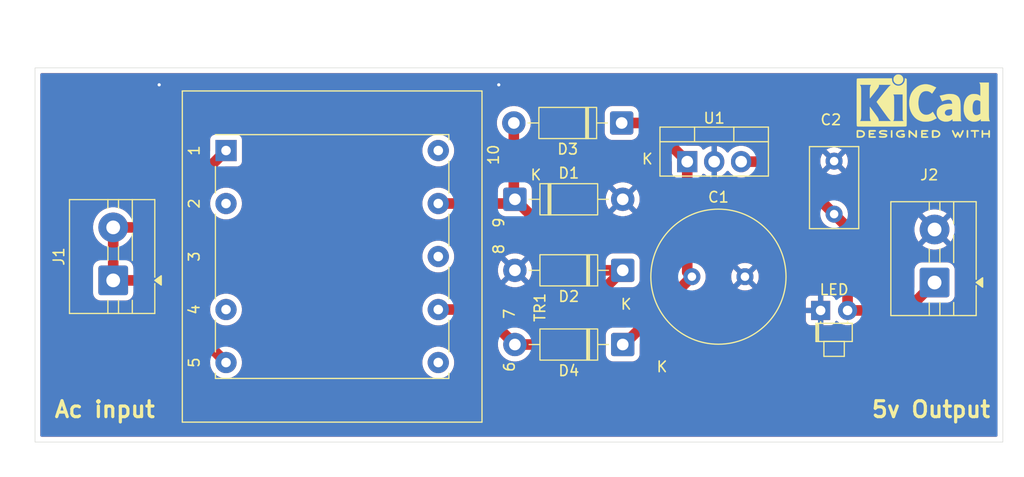
<source format=kicad_pcb>
(kicad_pcb (version 20241229) (generator "pcbnew") (generator_version "9.0")
  (layers (0 "F.Cu" signal) (2 "B.Cu" signal) (5 "F.SilkS" user "F.Silkscreen") (7 "B.SilkS" user "B.Silkscreen") (1 "F.Mask" user) (3 "B.Mask" user) (25 "Edge.Cuts" user))
  (net 0 "")
  (net 1 "GND")
  (net 2 "/Vlin")
  (net 3 "/Vlout")
  (net 4 "/Tout")
  (net 5 "/Vin")
  (footprint "Symbol:KiCad-Logo2_5mm_SilkScreen" (layer "F.Cu") (at 159.5 63.5)
    (property "Reference" "REF**" (hide yes))
    (property "Value" "KiCad-Logo2_5mm_SilkScreen" (hide yes))
  )
  (footprint "Diode_THT:D_DO-41_SOD81_P10.16mm_Horizontal" (layer "F.Cu") (at 121.02 72.3)
    (property "Reference" "D1" (at 5.08 -2.47 0) (layer "F.SilkS"))
    (property "Value" "1N4001")
    (fp_text user "K" (at 1.98 -2.3 0) (layer "F.SilkS"))
    (pad "1" thru_hole roundrect (at 0 0) (size 2.2 2.2) (drill 1.1) (layers "*.Cu" "*.Mask") (roundrect_rratio 0.113636) (net 4 "/Tout"))
    (pad "2" thru_hole circle (at 10.16 0) (size 2.2 2.2) (drill 1.1) (layers "*.Cu" "*.Mask") (net 1 "GND"))
  )
  (footprint "Diode_THT:D_DO-41_SOD81_P10.16mm_Horizontal" (layer "F.Cu") (at 131.18 79 180)
    (property "Reference" "D2" (at 5.08 -2.47 0) (layer "F.SilkS"))
    (property "Value" "1N4001")
    (fp_text user "K" (at -0.32 -3.2 0) (layer "F.SilkS"))
    (pad "1" thru_hole roundrect (at 0 0 180) (size 2.2 2.2) (drill 1.1) (layers "*.Cu" "*.Mask") (roundrect_rratio 0.113636) (net 4 "/Tout"))
    (pad "2" thru_hole circle (at 10.16 0 180) (size 2.2 2.2) (drill 1.1) (layers "*.Cu" "*.Mask") (net 1 "GND"))
  )
  (footprint "Capacitor_THT:C_Radial_D12.5mm_H25.0mm_P5.00mm" (layer "F.Cu") (at 137.7 79.6)
    (property "Reference" "C1" (at 2.5 -7.5 0) (layer "F.SilkS"))
    (property "Value" "1000uF")
    (pad "1" thru_hole circle (at 0 0) (size 1.6 1.6) (drill 0.8) (layers "*.Cu" "*.Mask") (net 2 "/Vlin"))
    (pad "2" thru_hole circle (at 5 0) (size 1.6 1.6) (drill 0.8) (layers "*.Cu" "*.Mask") (net 1 "GND"))
  )
  (footprint "Diode_THT:D_DO-41_SOD81_P10.16mm_Horizontal" (layer "F.Cu") (at 131.18 86 180)
    (property "Reference" "D4" (at 5.08 -2.47 0) (layer "F.SilkS"))
    (property "Value" "1N4001")
    (fp_text user "K" (at -3.7 -2.1 0) (layer "F.SilkS"))
    (pad "1" thru_hole roundrect (at 0 0 180) (size 2.2 2.2) (drill 1.1) (layers "*.Cu" "*.Mask") (roundrect_rratio 0.113636) (net 2 "/Vlin"))
    (pad "2" thru_hole circle (at 10.16 0 180) (size 2.2 2.2) (drill 1.1) (layers "*.Cu" "*.Mask") (net 4 "/Tout"))
  )
  (footprint "Capacitor_THT:C_Disc_D7.5mm_W4.4mm_P5.00mm" (layer "F.Cu") (at 151.1 73.7 90)
    (property "Reference" "C2" (at 8.9 -0.3 180) (layer "F.SilkS"))
    (property "Value" "10uF")
    (pad "1" thru_hole circle (at 0 0 90) (size 1.6 1.6) (drill 0.8) (layers "*.Cu" "*.Mask") (net 3 "/Vlout"))
    (pad "2" thru_hole circle (at 5 0 90) (size 1.6 1.6) (drill 0.8) (layers "*.Cu" "*.Mask") (net 1 "GND"))
  )
  (footprint "Package_TO_SOT_THT:TO-220-3_Vertical" (layer "F.Cu") (at 137.26 68.75)
    (property "Reference" "U1" (at 2.54 -4.1 0) (layer "F.SilkS"))
    (property "Value" "LM7805_TO220")
    (pad "1" thru_hole rect (at 0 0) (size 1.905 2) (drill 1.1) (layers "*.Cu" "*.Mask") (net 2 "/Vlin"))
    (pad "2" thru_hole oval (at 2.54 0) (size 1.905 2) (drill 1.1) (layers "*.Cu" "*.Mask") (net 1 "GND"))
    (pad "3" thru_hole oval (at 5.08 0) (size 1.905 2) (drill 1.1) (layers "*.Cu" "*.Mask") (net 3 "/Vlout"))
  )
  (footprint "TerminalBlock:TerminalBlock_MaiXu_MX126-5.0-02P_1x02_P5.00mm" (layer "F.Cu") (at 160.5675 80.15 90)
    (property "Reference" "J2" (at 10.15 -0.5 180) (layer "F.SilkS"))
    (property "Value" "Screw_Terminal_01x02")
    (pad "1" thru_hole roundrect (at 0 0 90) (size 2.8 2.8) (drill 1.3) (layers "*.Cu" "*.Mask") (roundrect_rratio 0.089286) (net 3 "/Vlout"))
    (pad "2" thru_hole circle (at 5 0 90) (size 2.8 2.8) (drill 1.3) (layers "*.Cu" "*.Mask") (net 1 "GND"))
  )
  (footprint "Transformer_THT:Transformer_Breve_TEZ-28x33" (layer "F.Cu") (at 93.8 67.7 -90)
    (property "Reference" "TR1" (at 14.8 -29.58 270) (layer "F.SilkS"))
    (property "Value" "TEZ2.0-D-1")
    (fp_text user "2" (at 5 3 270) (layer "F.SilkS"))
    (fp_text user "4" (at 15 3 270) (layer "F.SilkS"))
    (fp_text user "6" (at 20.4 -26.7 270) (layer "F.SilkS"))
    (fp_text user "10" (at 0.4 -25.2 270) (layer "F.SilkS"))
    (fp_text user "9" (at 6.8 -25.7 270) (layer "F.SilkS"))
    (fp_text user "8" (at 9.3 -25.7 270) (layer "F.SilkS"))
    (fp_text user "1" (at 0 3 270) (layer "F.SilkS"))
    (fp_text user "3" (at 10 3 270) (layer "F.SilkS"))
    (fp_text user "5" (at 20 3 270) (layer "F.SilkS"))
    (fp_text user "7" (at 15.4 -26.7 270) (layer "F.SilkS"))
    (pad "1" thru_hole rect (at 0 0 270) (size 2 2) (drill 0.9) (layers "*.Cu" "*.Mask") (net 5 "/Vin"))
    (pad "2" thru_hole circle (at 5 0 270) (size 2 2) (drill 0.9) (layers "*.Cu" "*.Mask"))
    (pad "4" thru_hole circle (at 15 0 270) (size 2 2) (drill 0.9) (layers "*.Cu" "*.Mask"))
    (pad "5" thru_hole circle (at 20 0 270) (size 2 2) (drill 0.9) (layers "*.Cu" "*.Mask") (net 5 "/Vin"))
    (pad "6" thru_hole circle (at 20 -20 270) (size 2 2) (drill 0.9) (layers "*.Cu" "*.Mask"))
    (pad "7" thru_hole circle (at 15 -20 270) (size 2 2) (drill 0.9) (layers "*.Cu" "*.Mask") (net 4 "/Tout"))
    (pad "8" thru_hole circle (at 10 -20 270) (size 2 2) (drill 0.9) (layers "*.Cu" "*.Mask"))
    (pad "9" thru_hole circle (at 5 -20 270) (size 2 2) (drill 0.9) (layers "*.Cu" "*.Mask") (net 4 "/Tout"))
    (pad "10" thru_hole circle (at 0 -20 270) (size 2 2) (drill 0.9) (layers "*.Cu" "*.Mask"))
  )
  (footprint "LED_THT:LED_D1.8mm_W1.8mm_H2.4mm_Horizontal_O1.27mm_Z1.6mm" (layer "F.Cu") (at 149.83 82.785)
    (property "Reference" "LED" (at 1.27 -1.96 0) (layer "F.SilkS"))
    (property "Value" "LED")
    (pad "1" thru_hole rect (at 0 0) (size 1.8 1.8) (drill 0.9) (layers "*.Cu" "*.Mask") (net 1 "GND"))
    (pad "2" thru_hole circle (at 2.54 0) (size 1.8 1.8) (drill 0.9) (layers "*.Cu" "*.Mask") (net 3 "/Vlout"))
  )
  (footprint "Diode_THT:D_DO-41_SOD81_P10.16mm_Horizontal" (layer "F.Cu") (at 131.08 65.1 180)
    (property "Reference" "D3" (at 5.08 -2.47 0) (layer "F.SilkS"))
    (property "Value" "1N4001")
    (fp_text user "K" (at -2.42 -3.4 0) (layer "F.SilkS"))
    (pad "1" thru_hole roundrect (at 0 0 180) (size 2.2 2.2) (drill 1.1) (layers "*.Cu" "*.Mask") (roundrect_rratio 0.113636) (net 2 "/Vlin"))
    (pad "2" thru_hole circle (at 10.16 0 180) (size 2.2 2.2) (drill 1.1) (layers "*.Cu" "*.Mask") (net 4 "/Tout"))
  )
  (footprint "TerminalBlock:TerminalBlock_MaiXu_MX126-5.0-02P_1x02_P5.00mm" (layer "F.Cu") (at 83.1675 79.95 90)
    (property "Reference" "J1" (at 2.25 -5.12 90) (layer "F.SilkS"))
    (property "Value" "Screw_Terminal_01x02")
    (pad "1" thru_hole roundrect (at 0 0 90) (size 2.8 2.8) (drill 1.3) (layers "*.Cu" "*.Mask") (roundrect_rratio 0.089286) (net 5 "/Vin"))
    (pad "2" thru_hole circle (at 5 0 90) (size 2.8 2.8) (drill 1.3) (layers "*.Cu" "*.Mask") (net 5 "/Vin"))
  )
  (gr_rect (start 75.8 59.9) (end 167 95.2) (stroke (width 0.05)) (fill no) (layer "Edge.Cuts"))
  (gr_text "5v Output\n" (at 154.5 93 0) (layer "F.SilkS") (effects (font (size 1.5 1.5) (thickness 0.3) (bold yes)) (justify left bottom)))
  (gr_text "Ac input\n" (at 77.5 93 0) (layer "F.SilkS") (effects (font (size 1.5 1.5) (thickness 0.3) (bold yes)) (justify left bottom)))
  (via (at 119.5 61.5) (size 0.6) (drill 0.3) (layers "F.Cu" "B.Cu") (net 1))
  (via (at 87.5 61.5) (size 0.6) (drill 0.3) (layers "F.Cu" "B.Cu") (net 1))
  (segment (start 131.3 86) (end 137.7 79.6) (width 1) (layer "F.Cu") (net 2))
  (segment (start 131.08 65.1) (end 133.61 65.1) (width 1) (layer "F.Cu") (net 2))
  (segment (start 133.61 65.1) (end 137.26 68.75) (width 1) (layer "F.Cu") (net 2))
  (segment (start 137.26 79.16) (end 137.7 79.6) (width 1) (layer "F.Cu") (net 2))
  (segment (start 131.18 86) (end 131.3 86) (width 1) (layer "F.Cu") (net 2))
  (segment (start 137.26 68.75) (end 137.26 79.16) (width 1) (layer "F.Cu") (net 2))
  (segment (start 152.37 74.97) (end 152.37 82.785) (width 1) (layer "F.Cu") (net 3))
  (segment (start 151.1 73.7) (end 152.37 74.97) (width 1) (layer "F.Cu") (net 3))
  (segment (start 146.15 68.75) (end 151.1 73.7) (width 1) (layer "F.Cu") (net 3))
  (segment (start 157.9325 82.785) (end 160.5675 80.15) (width 1) (layer "F.Cu") (net 3))
  (segment (start 152.37 82.785) (end 157.9325 82.785) (width 1) (layer "F.Cu") (net 3))
  (segment (start 142.34 68.75) (end 146.15 68.75) (width 1) (layer "F.Cu") (net 3))
  (segment (start 121.02 86) (end 124.18 86) (width 1) (layer "F.Cu") (net 4))
  (segment (start 124.18 86) (end 131.18 79) (width 1) (layer "F.Cu") (net 4))
  (segment (start 113.8 82.7) (end 117.72 82.7) (width 1) (layer "F.Cu") (net 4))
  (segment (start 120.62 72.7) (end 121.02 72.3) (width 1) (layer "F.Cu") (net 4))
  (segment (start 127.72 79) (end 121.02 72.3) (width 1) (layer "F.Cu") (net 4))
  (segment (start 120.92 65.1) (end 120.92 72.2) (width 1) (layer "F.Cu") (net 4))
  (segment (start 131.18 79) (end 127.72 79) (width 1) (layer "F.Cu") (net 4))
  (segment (start 113.8 72.7) (end 120.62 72.7) (width 1) (layer "F.Cu") (net 4))
  (segment (start 120.92 72.2) (end 121.02 72.3) (width 1) (layer "F.Cu") (net 4))
  (segment (start 117.72 82.7) (end 121.02 86) (width 1) (layer "F.Cu") (net 4))
  (segment (start 83.1675 79.95) (end 86.05 79.95) (width 1) (layer "F.Cu") (net 5))
  (segment (start 83.1675 74.95) (end 86.55 74.95) (width 1) (layer "F.Cu") (net 5))
  (segment (start 83.1675 74.95) (end 83.1675 79.95) (width 1) (layer "F.Cu") (net 5))
  (segment (start 86.55 74.95) (end 93.8 67.7) (width 1) (layer "F.Cu") (net 5))
  (segment (start 86.05 79.95) (end 93.8 87.7) (width 1) (layer "F.Cu") (net 5))
  (zone (net 1) (net_name "GND") (layers "F.Cu" "B.Cu") (connect_pads (clearance 0.5)) (min_thickness 0.25) (fill yes (thermal_gap 0.5) (thermal_bridge_width 0.5))
    (polygon (pts (xy 74 53.5) (xy 169 57) (xy 169 98.5) (xy 72.5 98.5)))
  )
)
</source>
